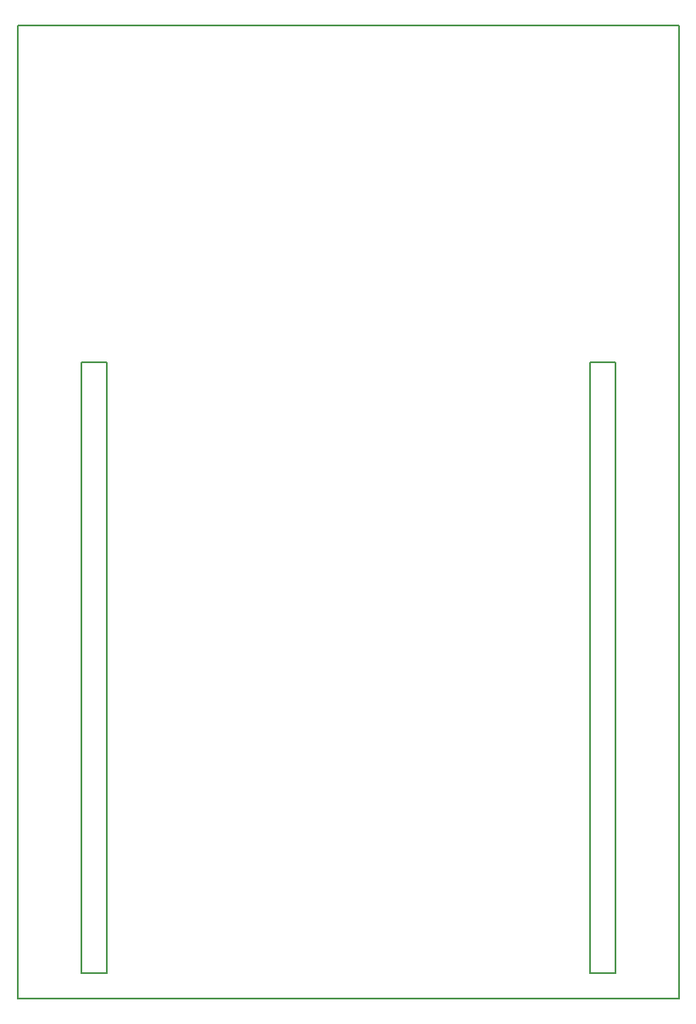
<source format=gbr>
G04 (created by PCBNEW (2013-07-07 BZR 4022)-stable) date 2/1/2014 4:13:07 PM*
%MOIN*%
G04 Gerber Fmt 3.4, Leading zero omitted, Abs format*
%FSLAX34Y34*%
G01*
G70*
G90*
G04 APERTURE LIST*
%ADD10C,0.00590551*%
%ADD11C,0.00787402*%
G04 APERTURE END LIST*
G54D10*
G54D11*
X47500Y-36750D02*
X73500Y-36750D01*
X73500Y-75000D02*
X73500Y-36800D01*
X47500Y-75000D02*
X73500Y-75000D01*
X47500Y-75000D02*
X47500Y-36800D01*
X71000Y-50000D02*
X70000Y-50000D01*
X71000Y-74000D02*
X71000Y-50000D01*
X70000Y-74000D02*
X71000Y-74000D01*
X70000Y-50000D02*
X70000Y-74000D01*
X50000Y-50000D02*
X51000Y-50000D01*
X51000Y-74000D02*
X51000Y-50000D01*
X50000Y-74000D02*
X51000Y-74000D01*
X50000Y-50000D02*
X50000Y-74000D01*
M02*

</source>
